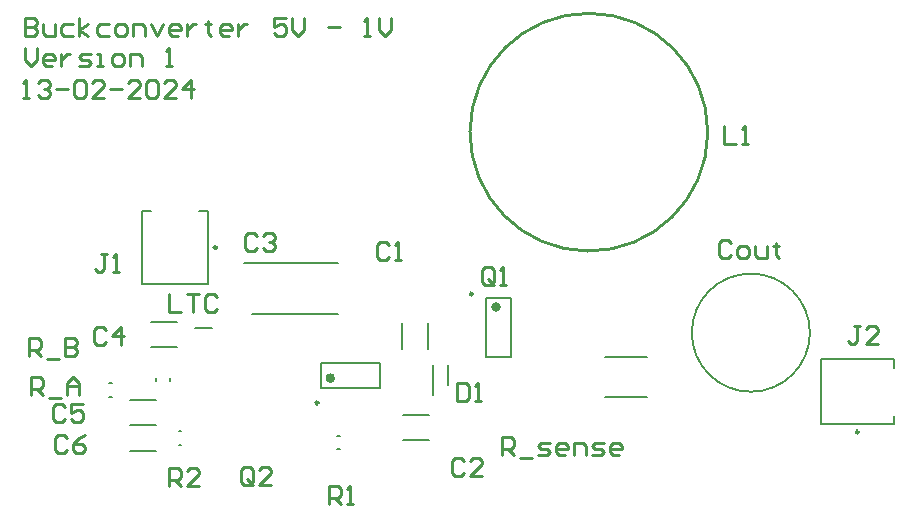
<source format=gto>
G04*
G04 #@! TF.GenerationSoftware,Altium Limited,Altium Designer,24.0.1 (36)*
G04*
G04 Layer_Color=65535*
%FSLAX44Y44*%
%MOMM*%
G71*
G04*
G04 #@! TF.SameCoordinates,B85333DD-67EC-4CFA-91B2-C3F9892E9ACE*
G04*
G04*
G04 #@! TF.FilePolarity,Positive*
G04*
G01*
G75*
%ADD10C,0.2500*%
%ADD11C,0.4000*%
%ADD12C,0.2000*%
%ADD13C,0.2540*%
%ADD14C,0.1270*%
D10*
X794790Y535400D02*
G03*
X794790Y535400I-1250J0D01*
G01*
X1252200Y510630D02*
G03*
X1252200Y510630I-1250J0D01*
G01*
X708550Y666750D02*
G03*
X708550Y666750I-1250J0D01*
G01*
X925270Y627590D02*
G03*
X925270Y627590I-1250J0D01*
G01*
D11*
X806690Y556300D02*
G03*
X806690Y556300I-2000J0D01*
G01*
X946920Y616440D02*
G03*
X946920Y616440I-2000J0D01*
G01*
D12*
X1210780Y594760D02*
G03*
X1210780Y594760I-50000J0D01*
G01*
X810530Y495900D02*
X812530D01*
X810530Y507400D02*
X812530D01*
X796690Y548300D02*
X846690D01*
X796690Y569300D02*
X846690D01*
X796690Y548300D02*
Y569300D01*
X846690Y548300D02*
Y569300D01*
X731950Y653960D02*
X811200D01*
X738200Y610960D02*
X811200D01*
X866450Y503600D02*
X888450D01*
X866450Y525100D02*
X888450D01*
X1219950Y517130D02*
X1281950D01*
X1219950D02*
Y572530D01*
X1281950D01*
Y517130D02*
Y524450D01*
Y565210D02*
Y572530D01*
X645400Y697750D02*
X652720D01*
X693480D02*
X700800D01*
X645400Y635750D02*
Y697750D01*
Y635750D02*
X700800D01*
Y697750D01*
X689940Y598880D02*
X704440D01*
X936920Y574440D02*
Y624440D01*
X957920Y574440D02*
Y624440D01*
X936920D02*
X957920D01*
X936920Y574440D02*
X957920D01*
X668690Y553990D02*
Y555990D01*
X657190Y553990D02*
Y555990D01*
X617490Y540350D02*
X619490D01*
X617490Y551850D02*
X619490D01*
X635550Y494710D02*
X657550D01*
X635550Y516210D02*
X657550D01*
X635430Y537800D02*
X657430D01*
X635430Y516300D02*
X657430D01*
X676550Y499710D02*
X678550D01*
X676550Y511210D02*
X678550D01*
X653210Y582340D02*
X675210D01*
X653210Y603840D02*
X675210D01*
X865550Y580820D02*
Y602820D01*
X887050Y580820D02*
Y602820D01*
X891640Y542050D02*
Y567300D01*
X904140Y550300D02*
Y567300D01*
D13*
X1124279Y764540D02*
G03*
X1124271Y763266I-100659J0D01*
G01*
X544830Y793750D02*
X549908D01*
X547369D01*
Y808985D01*
X544830Y806446D01*
X557526D02*
X560065Y808985D01*
X565143D01*
X567683Y806446D01*
Y803907D01*
X565143Y801367D01*
X562604D01*
X565143D01*
X567683Y798828D01*
Y796289D01*
X565143Y793750D01*
X560065D01*
X557526Y796289D01*
X572761Y801367D02*
X582918D01*
X587996Y806446D02*
X590535Y808985D01*
X595614D01*
X598153Y806446D01*
Y796289D01*
X595614Y793750D01*
X590535D01*
X587996Y796289D01*
Y806446D01*
X613388Y793750D02*
X603231D01*
X613388Y803907D01*
Y806446D01*
X610849Y808985D01*
X605770D01*
X603231Y806446D01*
X618466Y801367D02*
X628623D01*
X643858Y793750D02*
X633701D01*
X643858Y803907D01*
Y806446D01*
X641319Y808985D01*
X636240D01*
X633701Y806446D01*
X648936D02*
X651476Y808985D01*
X656554D01*
X659093Y806446D01*
Y796289D01*
X656554Y793750D01*
X651476D01*
X648936Y796289D01*
Y806446D01*
X674328Y793750D02*
X664171D01*
X674328Y803907D01*
Y806446D01*
X671789Y808985D01*
X666711D01*
X664171Y806446D01*
X687024Y793750D02*
Y808985D01*
X679407Y801367D01*
X689563D01*
X546100Y835655D02*
Y825498D01*
X551178Y820420D01*
X556257Y825498D01*
Y835655D01*
X568953Y820420D02*
X563874D01*
X561335Y822959D01*
Y828037D01*
X563874Y830577D01*
X568953D01*
X571492Y828037D01*
Y825498D01*
X561335D01*
X576570Y830577D02*
Y820420D01*
Y825498D01*
X579109Y828037D01*
X581648Y830577D01*
X584188D01*
X591805Y820420D02*
X599423D01*
X601962Y822959D01*
X599423Y825498D01*
X594344D01*
X591805Y828037D01*
X594344Y830577D01*
X601962D01*
X607040Y820420D02*
X612119D01*
X609580D01*
Y830577D01*
X607040D01*
X622275Y820420D02*
X627354D01*
X629893Y822959D01*
Y828037D01*
X627354Y830577D01*
X622275D01*
X619736Y828037D01*
Y822959D01*
X622275Y820420D01*
X634971D02*
Y830577D01*
X642589D01*
X645128Y828037D01*
Y820420D01*
X665441D02*
X670520D01*
X667981D01*
Y835655D01*
X665441Y833116D01*
X546100Y861055D02*
Y845820D01*
X553717D01*
X556257Y848359D01*
Y850898D01*
X553717Y853438D01*
X546100D01*
X553717D01*
X556257Y855977D01*
Y858516D01*
X553717Y861055D01*
X546100D01*
X561335Y855977D02*
Y848359D01*
X563874Y845820D01*
X571492D01*
Y855977D01*
X586727D02*
X579109D01*
X576570Y853438D01*
Y848359D01*
X579109Y845820D01*
X586727D01*
X591805D02*
Y861055D01*
Y850898D02*
X599423Y855977D01*
X591805Y850898D02*
X599423Y845820D01*
X617197Y855977D02*
X609580D01*
X607040Y853438D01*
Y848359D01*
X609580Y845820D01*
X617197D01*
X624814D02*
X629893D01*
X632432Y848359D01*
Y853438D01*
X629893Y855977D01*
X624814D01*
X622275Y853438D01*
Y848359D01*
X624814Y845820D01*
X637510D02*
Y855977D01*
X645128D01*
X647667Y853438D01*
Y845820D01*
X652746Y855977D02*
X657824Y845820D01*
X662902Y855977D01*
X675598Y845820D02*
X670520D01*
X667981Y848359D01*
Y853438D01*
X670520Y855977D01*
X675598D01*
X678137Y853438D01*
Y850898D01*
X667981D01*
X683216Y855977D02*
Y845820D01*
Y850898D01*
X685755Y853438D01*
X688294Y855977D01*
X690833D01*
X700990Y858516D02*
Y855977D01*
X698451D01*
X703529D01*
X700990D01*
Y848359D01*
X703529Y845820D01*
X718764D02*
X713686D01*
X711147Y848359D01*
Y853438D01*
X713686Y855977D01*
X718764D01*
X721303Y853438D01*
Y850898D01*
X711147D01*
X726382Y855977D02*
Y845820D01*
Y850898D01*
X728921Y853438D01*
X731460Y855977D01*
X733999D01*
X767009Y861055D02*
X756852D01*
Y853438D01*
X761930Y855977D01*
X764469D01*
X767009Y853438D01*
Y848359D01*
X764469Y845820D01*
X759391D01*
X756852Y848359D01*
X772087Y861055D02*
Y850898D01*
X777165Y845820D01*
X782244Y850898D01*
Y861055D01*
X802557Y853438D02*
X812714D01*
X833027Y845820D02*
X838105D01*
X835566D01*
Y861055D01*
X833027Y858516D01*
X845723Y861055D02*
Y850898D01*
X850801Y845820D01*
X855880Y850898D01*
Y861055D01*
X803913Y449582D02*
Y464818D01*
X811531D01*
X814070Y462278D01*
Y457200D01*
X811531Y454661D01*
X803913D01*
X808992D02*
X814070Y449582D01*
X819148D02*
X824227D01*
X821688D01*
Y464818D01*
X819148Y462278D01*
X581661Y505458D02*
X579122Y507998D01*
X574043D01*
X571504Y505458D01*
Y495302D01*
X574043Y492762D01*
X579122D01*
X581661Y495302D01*
X596896Y507998D02*
X591818Y505458D01*
X586739Y500380D01*
Y495302D01*
X589278Y492762D01*
X594357D01*
X596896Y495302D01*
Y497841D01*
X594357Y500380D01*
X586739D01*
X551187Y542292D02*
Y557527D01*
X558804D01*
X561343Y554988D01*
Y549910D01*
X558804Y547370D01*
X551187D01*
X556265D02*
X561343Y542292D01*
X566422Y539753D02*
X576578D01*
X581657Y542292D02*
Y552449D01*
X586735Y557527D01*
X591813Y552449D01*
Y542292D01*
Y549910D01*
X581657D01*
X1137923Y769617D02*
Y754382D01*
X1148080D01*
X1153158D02*
X1158237D01*
X1155698D01*
Y769617D01*
X1153158Y767078D01*
X1144275Y670558D02*
X1141736Y673098D01*
X1136657D01*
X1134118Y670558D01*
Y660402D01*
X1136657Y657862D01*
X1141736D01*
X1144275Y660402D01*
X1151892Y657862D02*
X1156971D01*
X1159510Y660402D01*
Y665480D01*
X1156971Y668019D01*
X1151892D01*
X1149353Y665480D01*
Y660402D01*
X1151892Y657862D01*
X1164588Y668019D02*
Y660402D01*
X1167128Y657862D01*
X1174745D01*
Y668019D01*
X1182363Y670558D02*
Y668019D01*
X1179823D01*
X1184902D01*
X1182363D01*
Y660402D01*
X1184902Y657862D01*
X742951Y676908D02*
X740412Y679447D01*
X735333D01*
X732794Y676908D01*
Y666752D01*
X735333Y664212D01*
X740412D01*
X742951Y666752D01*
X748029Y676908D02*
X750568Y679447D01*
X755647D01*
X758186Y676908D01*
Y674369D01*
X755647Y671830D01*
X753108D01*
X755647D01*
X758186Y669291D01*
Y666752D01*
X755647Y664212D01*
X750568D01*
X748029Y666752D01*
X918211Y486408D02*
X915672Y488947D01*
X910593D01*
X908054Y486408D01*
Y476252D01*
X910593Y473713D01*
X915672D01*
X918211Y476252D01*
X933446Y473713D02*
X923289D01*
X933446Y483869D01*
Y486408D01*
X930907Y488947D01*
X925828D01*
X923289Y486408D01*
X580391Y532128D02*
X577852Y534668D01*
X572773D01*
X570234Y532128D01*
Y521972D01*
X572773Y519432D01*
X577852D01*
X580391Y521972D01*
X595626Y534668D02*
X585469D01*
Y527050D01*
X590547Y529589D01*
X593087D01*
X595626Y527050D01*
Y521972D01*
X593087Y519432D01*
X588008D01*
X585469Y521972D01*
X614681Y596898D02*
X612142Y599437D01*
X607063D01*
X604524Y596898D01*
Y586742D01*
X607063Y584202D01*
X612142D01*
X614681Y586742D01*
X627377Y584202D02*
Y599437D01*
X619759Y591820D01*
X629916D01*
X854710Y669288D02*
X852171Y671827D01*
X847093D01*
X844553Y669288D01*
Y659132D01*
X847093Y656592D01*
X852171D01*
X854710Y659132D01*
X859788Y656592D02*
X864867D01*
X862328D01*
Y671827D01*
X859788Y669288D01*
X549917Y575312D02*
Y590547D01*
X557534D01*
X560073Y588008D01*
Y582930D01*
X557534Y580390D01*
X549917D01*
X554995D02*
X560073Y575312D01*
X565152Y572773D02*
X575308D01*
X580387Y590547D02*
Y575312D01*
X588004D01*
X590543Y577851D01*
Y580390D01*
X588004Y582930D01*
X580387D01*
X588004D01*
X590543Y585469D01*
Y588008D01*
X588004Y590547D01*
X580387D01*
X668024Y464823D02*
Y480057D01*
X675642D01*
X678181Y477518D01*
Y472440D01*
X675642Y469901D01*
X668024D01*
X673102D02*
X678181Y464823D01*
X693416D02*
X683259D01*
X693416Y474979D01*
Y477518D01*
X690877Y480057D01*
X685798D01*
X683259Y477518D01*
X943610Y637542D02*
Y647698D01*
X941071Y650238D01*
X935993D01*
X933453Y647698D01*
Y637542D01*
X935993Y635003D01*
X941071D01*
X938532Y640081D02*
X943610Y635003D01*
X941071D02*
X943610Y637542D01*
X948688Y635003D02*
X953767D01*
X951228D01*
Y650238D01*
X948688Y647698D01*
X739141Y468632D02*
Y478788D01*
X736602Y481328D01*
X731523D01*
X728984Y478788D01*
Y468632D01*
X731523Y466092D01*
X736602D01*
X734062Y471171D02*
X739141Y466092D01*
X736602D02*
X739141Y468632D01*
X754376Y466092D02*
X744219D01*
X754376Y476249D01*
Y478788D01*
X751837Y481328D01*
X746758D01*
X744219Y478788D01*
X949976Y491492D02*
Y506727D01*
X957594D01*
X960133Y504188D01*
Y499110D01*
X957594Y496570D01*
X949976D01*
X955055D02*
X960133Y491492D01*
X965211Y488953D02*
X975368D01*
X980447Y491492D02*
X988064D01*
X990603Y494031D01*
X988064Y496570D01*
X982986D01*
X980447Y499110D01*
X982986Y501649D01*
X990603D01*
X1003299Y491492D02*
X998221D01*
X995682Y494031D01*
Y499110D01*
X998221Y501649D01*
X1003299D01*
X1005838Y499110D01*
Y496570D01*
X995682D01*
X1010917Y491492D02*
Y501649D01*
X1018534D01*
X1021073Y499110D01*
Y491492D01*
X1026152D02*
X1033769D01*
X1036309Y494031D01*
X1033769Y496570D01*
X1028691D01*
X1026152Y499110D01*
X1028691Y501649D01*
X1036309D01*
X1049004Y491492D02*
X1043926D01*
X1041387Y494031D01*
Y499110D01*
X1043926Y501649D01*
X1049004D01*
X1051544Y499110D01*
Y496570D01*
X1041387D01*
X615950Y661667D02*
X610872D01*
X613411D01*
Y648972D01*
X610872Y646432D01*
X608332D01*
X605793Y648972D01*
X621028Y646432D02*
X626107D01*
X623568D01*
Y661667D01*
X621028Y659128D01*
X1253491Y600708D02*
X1248412D01*
X1250952D01*
Y588012D01*
X1248412Y585472D01*
X1245873D01*
X1243334Y588012D01*
X1268726Y585472D02*
X1258569D01*
X1268726Y595629D01*
Y598168D01*
X1266187Y600708D01*
X1261108D01*
X1258569Y598168D01*
X668027Y627378D02*
Y612142D01*
X678183D01*
X683262Y627378D02*
X693418D01*
X688340D01*
Y612142D01*
X708653Y624838D02*
X706114Y627378D01*
X701036D01*
X698497Y624838D01*
Y614682D01*
X701036Y612142D01*
X706114D01*
X708653Y614682D01*
X911863Y552448D02*
Y537212D01*
X919481D01*
X922020Y539752D01*
Y549908D01*
X919481Y552448D01*
X911863D01*
X927098Y537212D02*
X932177D01*
X929638D01*
Y552448D01*
X927098Y549908D01*
D14*
X1037060Y574530D02*
X1073060D01*
X1037060Y540530D02*
X1073060D01*
M02*

</source>
